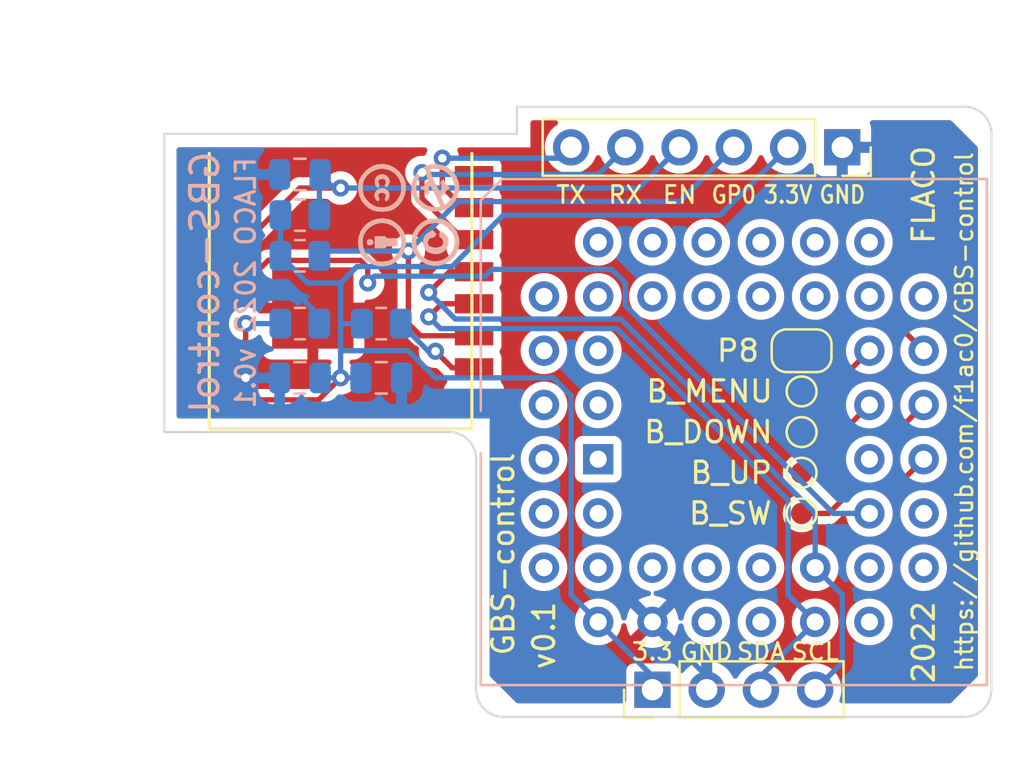
<source format=kicad_pcb>
(kicad_pcb (version 20211014) (generator pcbnew)
  (title_block (title "GBS-control board") (date "2022-10-22") (rev "0.1") (company "FLACO 202 CC-BY-NC-SA"))
  (layers (0 "F.Cu" signal) (31 "B.Cu" signal) (34 "B.Paste" user) (35 "F.Paste" user) (36 "B.SilkS" user "B.Silkscreen") (37 "F.SilkS" user "F.Silkscreen") (38 "B.Mask" user) (39 "F.Mask" user) (44 "Edge.Cuts" user))
  (net 0 "")
  (net 26 "+3.3V")
  (net 27 "/GPIO0")
  (net 28 "/EN")
  (net 29 "/TXD0")
  (net 30 "/RXD0")
  (net 31 "GND")
  (net 32 "/DISABLE")
  (net 33 "/B_UP")
  (net 34 "/B_DOWN")
  (net 35 "/B_SW")
  (net 36 "/B_MENU")
  (net 37 "/RESET")
  (net 38 "/DEBUG")
  (net 39 "/SDA")
  (net 40 "/SCL")
  (net 52 "/GPIO15")
  (net 53 "/GPIO2")
  (footprint "TestPoint:TestPoint_Pad_D1.0mm" (layer "F.Cu") (at 145.415 90.805)
    (fp_text reference "TP2" hide)
    (fp_text value "TestPoint")
    (fp_circle (center 0 0) (end 0 0.7) (layer "F.SilkS") (width 0.12) (fill none))
    (pad "1" smd circle (at 0 0) (size 1 1) (layers "F.Cu" "F.Mask") (net 34 "/B_DOWN"))
  )
  (footprint "TestPoint:TestPoint_Pad_D1.0mm" (layer "F.Cu") (at 145.415 94.615)
    (fp_text reference "TP3" hide)
    (fp_text value "TestPoint")
    (fp_circle (center 0 0) (end 0 0.7) (layer "F.SilkS") (width 0.12) (fill none))
    (pad "1" smd circle (at 0 0) (size 1 1) (layers "F.Cu" "F.Mask") (net 35 "/B_SW"))
  )
  (footprint "Connector_PinSocket_2.54mm:PinSocket_1x06_P2.54mm_Vertical" (layer "F.Cu") (at 147.32 77.47 -90)
    (fp_text reference "J1" hide)
    (fp_text value "PROG")
    (fp_line (start 1.33 1.27) (end 1.33 14.03) (layer "F.SilkS") (width 0.12))
    (fp_line (start -1.33 14.03) (end 1.33 14.03) (layer "F.SilkS") (width 0.12))
    (fp_line (start -1.33 1.27) (end -1.33 14.03) (layer "F.SilkS") (width 0.12))
    (fp_line (start 0 -1.33) (end 1.33 -1.33) (layer "F.SilkS") (width 0.12))
    (fp_line (start 1.33 -1.33) (end 1.33 0) (layer "F.SilkS") (width 0.12))
    (fp_line (start -1.33 1.27) (end 1.33 1.27) (layer "F.SilkS") (width 0.12))
    (pad "1" thru_hole rect (at 0 0 270) (size 1.7 1.7) (drill 1) (layers *.Cu *.Mask) (net 31 "GND"))
    (pad "2" thru_hole oval (at 0 2.54 270) (size 1.7 1.7) (drill 1) (layers *.Cu *.Mask) (net 26 "+3.3V"))
    (pad "3" thru_hole oval (at 0 5.08 270) (size 1.7 1.7) (drill 1) (layers *.Cu *.Mask) (net 27 "/GPIO0"))
    (pad "4" thru_hole oval (at 0 7.62 270) (size 1.7 1.7) (drill 1) (layers *.Cu *.Mask) (net 28 "/EN"))
    (pad "5" thru_hole oval (at 0 10.16 270) (size 1.7 1.7) (drill 1) (layers *.Cu *.Mask) (net 30 "/RXD0"))
    (pad "6" thru_hole oval (at 0 12.7 270) (size 1.7 1.7) (drill 1) (layers *.Cu *.Mask) (net 29 "/TXD0"))
  )
  (footprint "Jumper:SolderJumper-2_P1.3mm_Bridged_RoundedPad1.0x1.5mm" (layer "F.Cu") (at 145.415 86.995 180)
    (fp_text reference "JP1" hide)
    (fp_text value "Jumper_2_Bridged")
    (fp_poly (pts (xy 0.25 -0.3) (xy -0.25 -0.3) (xy -0.25 0.3) (xy 0.25 0.3)) (layer "F.Cu") (width 0) (fill solid))
    (fp_line (start -0.7 -1) (end 0.7 -1) (layer "F.SilkS") (width 0.12))
    (fp_line (start 1.4 -0.3) (end 1.4 0.3) (layer "F.SilkS") (width 0.12))
    (fp_line (start -1.4 0.3) (end -1.4 -0.3) (layer "F.SilkS") (width 0.12))
    (fp_line (start 0.7 1) (end -0.7 1) (layer "F.SilkS") (width 0.12))
    (fp_arc (start -0.7 1) (mid -1.194975 0.794975) (end -1.4 0.3) (layer "F.SilkS") (width 0.12))
    (fp_arc (start 0.7 -1) (mid 1.194975 -0.794975) (end 1.4 -0.3) (layer "F.SilkS") (width 0.12))
    (fp_arc (start 1.4 0.3) (mid 1.194975 0.794975) (end 0.7 1) (layer "F.SilkS") (width 0.12))
    (fp_arc (start -1.4 -0.3) (mid -1.194975 -0.794975) (end -0.7 -1) (layer "F.SilkS") (width 0.12))
    (pad "1" smd custom (at -0.65 0 180) (size 1 0.5) (layers "F.Cu" "F.Mask") (net 32 "/DISABLE") (options (clearance outline) (anchor rect)) (primitives (gr_circle (center 0 0.25) (end 0.5 0.25) (width 0) (fill yes)) (gr_circle (center 0 -0.25) (end 0.5 -0.25) (width 0) (fill yes)) (gr_poly (pts (xy 0.5 0.75) (xy 0 0.75) (xy 0 -0.75) (xy 0.5 -0.75)) (width 0) (fill yes))))
    (pad "2" smd custom (at 0.65 0 180) (size 1 0.5) (layers "F.Cu" "F.Mask") (net 31 "GND") (options (clearance outline) (anchor rect)) (primitives (gr_circle (center 0 0.25) (end 0.5 0.25) (width 0) (fill yes)) (gr_circle (center 0 -0.25) (end 0.5 -0.25) (width 0) (fill yes)) (gr_poly (pts (xy 0 0.75) (xy -0.5 0.75) (xy -0.5 -0.75) (xy 0 -0.75)) (width 0) (fill yes))))
  )
  (footprint "TestPoint:TestPoint_Pad_D1.0mm" (layer "F.Cu") (at 145.415 88.9)
    (fp_text reference "TP4" hide)
    (fp_text value "TestPoint")
    (fp_circle (center 0 0) (end 0 0.7) (layer "F.SilkS") (width 0.12) (fill none))
    (pad "1" smd circle (at 0 0) (size 1 1) (layers "F.Cu" "F.Mask") (net 36 "/B_MENU"))
  )
  (footprint "Connector_PinHeader_2.54mm:PinHeader_1x04_P2.54mm_Vertical" (layer "F.Cu") (at 138.43 102.87 90)
    (fp_text reference "J2" hide)
    (fp_text value "Clock port")
    (fp_line (start 1.33 1.27) (end 1.33 8.95) (layer "F.SilkS") (width 0.12))
    (fp_line (start -1.33 -1.33) (end 0 -1.33) (layer "F.SilkS") (width 0.12))
    (fp_line (start -1.33 1.27) (end 1.33 1.27) (layer "F.SilkS") (width 0.12))
    (fp_line (start -1.33 8.95) (end 1.33 8.95) (layer "F.SilkS") (width 0.12))
    (fp_line (start -1.33 0) (end -1.33 -1.33) (layer "F.SilkS") (width 0.12))
    (fp_line (start -1.33 1.27) (end -1.33 8.95) (layer "F.SilkS") (width 0.12))
    (pad "1" thru_hole rect (at 0 0 90) (size 1.7 1.7) (drill 1) (layers *.Cu *.Mask) (net 26 "+3.3V"))
    (pad "2" thru_hole oval (at 0 2.54 90) (size 1.7 1.7) (drill 1) (layers *.Cu *.Mask) (net 31 "GND"))
    (pad "3" thru_hole oval (at 0 5.08 90) (size 1.7 1.7) (drill 1) (layers *.Cu *.Mask) (net 39 "/SDA"))
    (pad "4" thru_hole oval (at 0 7.62 90) (size 1.7 1.7) (drill 1) (layers *.Cu *.Mask) (net 40 "/SCL"))
  )
  (footprint "Sassa:ESP-M2" (layer "F.Cu") (at 117.575 80.295)
    (fp_text reference "U2" hide)
    (fp_text value "ESP-M2")
    (fp_line (start 0.1 10.35) (end 12.4 10.35) (layer "F.SilkS") (width 0.15))
    (fp_line (start 0.1 10.35) (end 0.1 -2.54) (layer "F.SilkS") (width 0.15))
    (fp_line (start 12.4 -2.54) (end 12.4 10.35) (layer "F.SilkS") (width 0.15))
    (pad "1" smd rect (at 0 0) (size 1.8 0.9) (layers "F.Cu" "F.Paste" "F.Mask"))
    (pad "2" smd rect (at 0 1.5) (size 1.8 0.9) (layers "F.Cu" "F.Paste" "F.Mask") (net 28 "/EN"))
    (pad "3" smd rect (at 0 3) (size 1.8 0.9) (layers "F.Cu" "F.Paste" "F.Mask"))
    (pad "4" smd rect (at 0 4.5) (size 1.8 0.9) (layers "F.Cu" "F.Paste" "F.Mask") (net 38 "/DEBUG"))
    (pad "5" smd rect (at 0 6) (size 1.8 0.9) (layers "F.Cu" "F.Paste" "F.Mask"))
    (pad "6" smd rect (at 0 7.5) (size 1.8 0.9) (layers "F.Cu" "F.Paste" "F.Mask") (net 52 "/GPIO15"))
    (pad "7" smd rect (at 0 9) (size 1.8 0.9) (layers "F.Cu" "F.Paste" "F.Mask") (net 26 "+3.3V"))
    (pad "8" smd rect (at 4.95 4.7) (size 3.81 3.81) (layers "F.Cu" "F.Paste" "F.Mask") (net 31 "GND"))
    (pad "8" smd rect (at 12.5 9) (size 1.8 0.9) (layers "F.Cu" "F.Paste" "F.Mask") (net 31 "GND"))
    (pad "9" smd rect (at 12.5 7.5) (size 1.8 0.9) (layers "F.Cu" "F.Paste" "F.Mask") (net 53 "/GPIO2"))
    (pad "10" smd rect (at 12.5 6) (size 1.8 0.9) (layers "F.Cu" "F.Paste" "F.Mask") (net 27 "/GPIO0"))
    (pad "11" smd rect (at 12.5 4.5) (size 1.8 0.9) (layers "F.Cu" "F.Paste" "F.Mask") (net 39 "/SDA"))
    (pad "12" smd rect (at 12.5 3) (size 1.8 0.9) (layers "F.Cu" "F.Paste" "F.Mask") (net 40 "/SCL"))
    (pad "13" smd rect (at 12.5 1.5) (size 1.8 0.9) (layers "F.Cu" "F.Paste" "F.Mask") (net 30 "/RXD0"))
    (pad "14" smd rect (at 12.5 0) (size 1.8 0.9) (layers "F.Cu" "F.Paste" "F.Mask") (net 29 "/TXD0"))
    (pad "15" smd rect (at 12.5 -1.5) (size 1.8 0.9) (layers "F.Cu" "F.Paste" "F.Mask"))
  )
  (footprint "TestPoint:TestPoint_Pad_D1.0mm" (layer "F.Cu") (at 145.415 92.71)
    (fp_text reference "TP1" hide)
    (fp_text value "TestPoint")
    (fp_circle (center 0 0) (end 0 0.7) (layer "F.SilkS") (width 0.12) (fill none))
    (pad "1" smd circle (at 0 0) (size 1 1) (layers "F.Cu" "F.Mask") (net 33 "/B_UP"))
  )
  (footprint "Capacitor_SMD:C_0805_2012Metric" (layer "B.Cu") (at 125.73 88.265)
    (fp_text reference "C1" hide)
    (fp_text value "10u")
    (fp_line (start -0.261252 -0.735) (end 0.261252 -0.735) (layer "B.SilkS") (width 0.12))
    (fp_line (start -0.261252 0.735) (end 0.261252 0.735) (layer "B.SilkS") (width 0.12))
    (pad "1" smd roundrect (at -0.95 0) (size 1 1.45) (layers "B.Cu" "B.Paste" "B.Mask") (net 26 "+3.3V"))
    (pad "2" smd roundrect (at 0.95 0) (size 1 1.45) (layers "B.Cu" "B.Paste" "B.Mask") (net 31 "GND"))
  )
  (footprint "Capacitor_SMD:C_0805_2012Metric" (layer "B.Cu") (at 121.92 78.74 180)
    (fp_text reference "C3" hide)
    (fp_text value "100n")
    (fp_line (start -0.261252 0.735) (end 0.261252 0.735) (layer "B.SilkS") (width 0.12))
    (fp_line (start -0.261252 -0.735) (end 0.261252 -0.735) (layer "B.SilkS") (width 0.12))
    (pad "1" smd roundrect (at -0.95 0 180) (size 1 1.45) (layers "B.Cu" "B.Paste" "B.Mask") (net 28 "/EN"))
    (pad "2" smd roundrect (at 0.95 0 180) (size 1 1.45) (layers "B.Cu" "B.Paste" "B.Mask") (net 31 "GND"))
  )
  (footprint "Resistor_SMD:R_0805_2012Metric" (layer "B.Cu") (at 121.92 82.55)
    (fp_text reference "R4" hide)
    (fp_text value "10K")
    (fp_line (start -0.227064 0.735) (end 0.227064 0.735) (layer "B.SilkS") (width 0.12))
    (fp_line (start -0.227064 -0.735) (end 0.227064 -0.735) (layer "B.SilkS") (width 0.12))
    (pad "1" smd roundrect (at -0.9125 0) (size 1.025 1.4) (layers "B.Cu" "B.Paste" "B.Mask") (roundrect_rratio 0.243902) (net 26 "+3.3V"))
    (pad "2" smd roundrect (at 0.9125 0) (size 1.025 1.4) (layers "B.Cu" "B.Paste" "B.Mask") (roundrect_rratio 0.243902) (net 27 "/GPIO0"))
  )
  (footprint "Capacitor_SMD:C_0805_2012Metric" (layer "B.Cu") (at 121.92 88.265 180)
    (fp_text reference "C2" hide)
    (fp_text value "100n")
    (fp_line (start -0.261252 -0.735) (end 0.261252 -0.735) (layer "B.SilkS") (width 0.12))
    (fp_line (start -0.261252 0.735) (end 0.261252 0.735) (layer "B.SilkS") (width 0.12))
    (pad "1" smd roundrect (at -0.95 0 180) (size 1 1.45) (layers "B.Cu" "B.Paste" "B.Mask") (net 26 "+3.3V"))
    (pad "2" smd roundrect (at 0.95 0 180) (size 1 1.45) (layers "B.Cu" "B.Paste" "B.Mask") (net 31 "GND"))
  )
  (footprint "Package_LCC:PLCC-44_THT-Socket" (layer "B.Cu") (at 135.89 92.075 -90)
    (fp_text reference "U1" hide)
    (fp_text value "PLCC-44 socket")
    (fp_line (start -13.12 4.5) (end -13.12 -18.2) (layer "B.SilkS") (width 0.12))
    (fp_line (start -13.12 -18.2) (end 10.58 -18.2) (layer "B.SilkS") (width 0.12))
    (fp_line (start 10.58 5.5) (end -0.27 5.5) (layer "B.SilkS") (width 0.12))
    (fp_line (start -12.12 5.5) (end -13.12 4.5) (layer "B.SilkS") (width 0.12))
    (fp_line (start 10.58 -18.2) (end 10.58 5.5) (layer "B.SilkS") (width 0.12))
    (fp_line (start -2.27 5.5) (end -12.12 5.5) (layer "B.SilkS") (width 0.12))
    (pad "1" thru_hole rect (at 0 0 270) (size 1.4224 1.4224) (drill 0.8) (layers *.Cu *.Mask))
    (pad "2" thru_hole circle (at -2.54 2.54 270) (size 1.4224 1.4224) (drill 0.8) (layers *.Cu *.Mask))
    (pad "3" thru_hole circle (at -2.54 0 270) (size 1.4224 1.4224) (drill 0.8) (layers *.Cu *.Mask))
    (pad "4" thru_hole circle (at -5.08 2.54 270) (size 1.4224 1.4224) (drill 0.8) (layers *.Cu *.Mask))
    (pad "5" thru_hole circle (at -5.08 0 270) (size 1.4224 1.4224) (drill 0.8) (layers *.Cu *.Mask))
    (pad "6" thru_hole circle (at -7.62 2.54 270) (size 1.4224 1.4224) (drill 0.8) (layers *.Cu *.Mask))
    (pad "7" thru_hole circle (at -10.16 0 270) (size 1.4224 1.4224) (drill 0.8) (layers *.Cu *.Mask))
    (pad "8" thru_hole circle (at -7.62 0 270) (size 1.4224 1.4224) (drill 0.8) (layers *.Cu *.Mask))
    (pad "9" thru_hole circle (at -10.16 -2.54 270) (size 1.4224 1.4224) (drill 0.8) (layers *.Cu *.Mask))
    (pad "10" thru_hole circle (at -7.62 -2.54 270) (size 1.4224 1.4224) (drill 0.8) (layers *.Cu *.Mask))
    (pad "11" thru_hole circle (at -10.16 -5.08 270) (size 1.4224 1.4224) (drill 0.8) (layers *.Cu *.Mask))
    (pad "12" thru_hole circle (at -7.62 -5.08 270) (size 1.4224 1.4224) (drill 0.8) (layers *.Cu *.Mask))
    (pad "13" thru_hole circle (at -10.16 -7.62 270) (size 1.4224 1.4224) (drill 0.8) (layers *.Cu *.Mask))
    (pad "14" thru_hole circle (at -7.62 -7.62 270) (size 1.4224 1.4224) (drill 0.8) (layers *.Cu *.Mask))
    (pad "15" thru_hole circle (at -10.16 -10.16 270) (size 1.4224 1.4224) (drill 0.8) (layers *.Cu *.Mask))
    (pad "16" thru_hole circle (at -7.62 -10.16 270) (size 1.4224 1.4224) (drill 0.8) (layers *.Cu *.Mask))
    (pad "17" thru_hole circle (at -10.16 -12.7 270) (size 1.4224 1.4224) (drill 0.8) (layers *.Cu *.Mask))
    (pad "18" thru_hole circle (at -7.62 -15.24 270) (size 1.4224 1.4224) (drill 0.8) (layers *.Cu *.Mask))
    (pad "19" thru_hole circle (at -7.62 -12.7 270) (size 1.4224 1.4224) (drill 0.8) (layers *.Cu *.Mask))
    (pad "20" thru_hole circle (at -5.08 -15.24 270) (size 1.4224 1.4224) (drill 0.8) (layers *.Cu *.Mask) (net 32 "/DISABLE"))
    (pad "21" thru_hole circle (at -5.08 -12.7 270) (size 1.4224 1.4224) (drill 0.8) (layers *.Cu *.Mask) (net 36 "/B_MENU"))
    (pad "22" thru_hole circle (at -2.54 -15.24 270) (size 1.4224 1.4224) (drill 0.8) (layers *.Cu *.Mask) (net 33 "/B_UP"))
    (pad "23" thru_hole circle (at -2.54 -12.7 270) (size 1.4224 1.4224) (drill 0.8) (layers *.Cu *.Mask) (net 34 "/B_DOWN"))
    (pad "24" thru_hole circle (at 0 -15.24 270) (size 1.4224 1.4224) (drill 0.8) (layers *.Cu *.Mask) (net 35 "/B_SW"))
    (pad "25" thru_hole circle (at 0 -12.7 270) (size 1.4224 1.4224) (drill 0.8) (layers *.Cu *.Mask))
    (pad "26" thru_hole circle (at 2.54 -15.24 270) (size 1.4224 1.4224) (drill 0.8) (layers *.Cu *.Mask) (net 37 "/RESET"))
    (pad "27" thru_hole circle (at 2.54 -12.7 270) (size 1.4224 1.4224) (drill 0.8) (layers *.Cu *.Mask) (net 38 "/DEBUG"))
    (pad "28" thru_hole circle (at 5.08 -15.24 270) (size 1.4224 1.4224) (drill 0.8) (layers *.Cu *.Mask))
    (pad "29" thru_hole circle (at 7.62 -12.7 270) (size 1.4224 1.4224) (drill 0.8) (layers *.Cu *.Mask))
    (pad "30" thru_hole circle (at 5.08 -12.7 270) (size 1.4224 1.4224) (drill 0.8) (layers *.Cu *.Mask))
    (pad "31" thru_hole circle (at 7.62 -10.16 270) (size 1.4224 1.4224) (drill 0.8) (layers *.Cu *.Mask) (net 39 "/SDA"))
    (pad "32" thru_hole circle (at 5.08 -10.16 270) (size 1.4224 1.4224) (drill 0.8) (layers *.Cu *.Mask) (net 40 "/SCL"))
    (pad "33" thru_hole circle (at 7.62 -7.62 270) (size 1.4224 1.4224) (drill 0.8) (layers *.Cu *.Mask))
    (pad "34" thru_hole circle (at 5.08 -7.62 270) (size 1.4224 1.4224) (drill 0.8) (layers *.Cu *.Mask))
    (pad "35" thru_hole circle (at 7.62 -5.08 270) (size 1.4224 1.4224) (drill 0.8) (layers *.Cu *.Mask))
    (pad "36" thru_hole circle (at 5.08 -5.08 270) (size 1.4224 1.4224) (drill 0.8) (layers *.Cu *.Mask))
    (pad "37" thru_hole circle (at 7.62 -2.54 270) (size 1.4224 1.4224) (drill 0.8) (layers *.Cu *.Mask) (net 31 "GND"))
    (pad "38" thru_hole circle (at 5.08 -2.54 270) (size 1.4224 1.4224) (drill 0.8) (layers *.Cu *.Mask))
    (pad "39" thru_hole circle (at 7.62 0 270) (size 1.4224 1.4224) (drill 0.8) (layers *.Cu *.Mask) (net 26 "+3.3V"))
    (pad "40" thru_hole circle (at 5.08 2.54 270) (size 1.4224 1.4224) (drill 0.8) (layers *.Cu *.Mask))
    (pad "41" thru_hole circle (at 5.08 0 270) (size 1.4224 1.4224) (drill 0.8) (layers *.Cu *.Mask))
    (pad "42" thru_hole circle (at 2.54 2.54 270) (size 1.4224 1.4224) (drill 0.8) (layers *.Cu *.Mask))
    (pad "43" thru_hole circle (at 2.54 0 270) (size 1.4224 1.4224) (drill 0.8) (layers *.Cu *.Mask))
    (pad "44" thru_hole circle (at 0 2.54 270) (size 1.4224 1.4224) (drill 0.8) (layers *.Cu *.Mask))
  )
  (footprint "Sassa:CC_BY_NC_SA_square_silkscreen_4.8x4.8mm" (layer "B.Cu") (at 127 80.645 -90)
    (fp_text reference "FID1" hide)
    (fp_text value "License" hide)
    (fp_poly (pts (xy -0.842285 1.578611) (xy -0.751707 1.535086) (xy -0.679922 1.481534) (xy -0.653143 1.436236) (xy -0.682525 1.382258) (xy -0.74646 1.35733) (xy -0.808631 1.374873) (xy -0.811611 1.377668) (xy -0.890834 1.416614) (xy -0.973913 1.403282) (xy -1.030922 1.34437) (xy -1.036665 1.327299) (xy -1.046012 1.204105) (xy -1.013794 1.110611) (xy -0.950356 1.059612) (xy -0.866039 1.063906) (xy -0.836132 1.079176) (xy -0.753037 1.105641) (xy -0.683434 1.088105) (xy -0.653173 1.033345) (xy -0.653143 1.031193) (xy -0.685589 0.969349) (xy -0.767761 0.918896) (xy -0.876907 0.887506) (xy -0.990276 0.882851) (xy -1.052286 0.8966) (xy -1.16806 0.974515) (xy -1.240681 1.096122) (xy -1.262942 1.242065) (xy -1.232755 1.381173) (xy -1.159598 1.483625) (xy -1.049232 1.562523) (xy -0.932251 1.596435) (xy -0.925286 1.596572) (xy -0.842285 1.578611)) (layer "B.SilkS") (width 0.01) (fill solid))
    (fp_poly (pts (xy -1.09781 -0.158517) (xy -0.854767 -0.229166) (xy -0.623007 -0.361904) (xy -0.526121 -0.441763) (xy -0.345412 -0.643456) (xy -0.230986 -0.862942) (xy -0.177025 -1.113485) (xy -0.170896 -1.251857) (xy -0.201837 -1.54501) (xy -0.293262 -1.79857) (xy -0.444532 -2.01148) (xy -0.655008 -2.182683) (xy -0.772021 -2.247378) (xy -1.034361 -2.343617) (xy -1.295484 -2.379581) (xy -1.53998 -2.353318) (xy -1.56208 -2.347432) (xy -1.825632 -2.23771) (xy -2.046116 -2.073276) (xy -2.217178 -1.862021) (xy -2.332466 -1.611832) (xy -2.385626 -1.330597) (xy -2.386029 -1.324428) (xy -2.381905 -1.246874) (xy -2.177143 -1.246874) (xy -2.145294 -1.491689) (xy -2.056296 -1.708463) (xy -1.919972 -1.890906) (xy -1.746146 -2.032728) (xy -1.544643 -2.12764) (xy -1.325285 -2.169352) (xy -1.097897 -2.151574) (xy -0.884559 -2.07446) (xy -0.774435 -2.003633) (xy -0.655284 -1.906628) (xy -0.604492 -1.857814) (xy -0.465126 -1.713765) (xy -0.674361 -1.617974) (xy -0.796307 -1.566598) (xy -0.869455 -1.548794) (xy -0.907749 -1.561668) (xy -0.912956 -1.568449) (xy -0.940073 -1.627111) (xy -0.942873 -1.642516) (xy -0.972776 -1.674489) (xy -1.04621 -1.718884) (xy -1.068676 -1.730043) (xy -1.160504 -1.792715) (xy -1.204274 -1.86266) (xy -1.204748 -1.865528) (xy -1.23666 -1.927883) (xy -1.287633 -1.936011) (xy -1.328926 -1.890288) (xy -1.335477 -1.863818) (xy -1.374378 -1.797019) (xy -1.475808 -1.737657) (xy -1.507834 -1.724745) (xy -1.615783 -1.678391) (xy -1.660348 -1.639213) (xy -1.647967 -1.594594) (xy -1.59959 -1.544874) (xy -1.532178 -1.503156) (xy -1.462912 -1.518043) (xy -1.452771 -1.523282) (xy -1.356688 -1.553409) (xy -1.256997 -1.553885) (xy -1.177784 -1.528331) (xy -1.143136 -1.48037) (xy -1.143 -1.476713) (xy -1.161297 -1.441162) (xy -1.221057 -1.395349) (xy -1.329586 -1.335041) (xy -1.494189 -1.256001) (xy -1.627619 -1.195726) (xy -1.801146 -1.120783) (xy -1.951731 -1.059969) (xy -2.066819 -1.01803) (xy -2.133855 -0.999715) (xy -2.14469 -1.000226) (xy -2.161657 -1.044371) (xy -2.173402 -1.139265) (xy -2.177143 -1.246874) (xy -2.381905 -1.246874) (xy -2.371414 -1.049599) (xy -2.297262 -0.803249) (xy -2.272221 -0.760388) (xy -2.044674 -0.760388) (xy -1.63451 -0.941782) (xy -1.544619 -0.851891) (xy -1.46849 -0.790797) (xy -1.403332 -0.762277) (xy -1.39865 -0.762) (xy -1.353177 -0.730653) (xy -1.342572 -0.671286) (xy -1.325563 -0.600151) (xy -1.27 -0.580571) (xy -1.213093 -0.601832) (xy -1.197429 -0.671286) (xy -1.17892 -0.744013) (xy -1.131793 -0.762) (xy -1.050575 -0.782811) (xy -0.996203 -0.813151) (xy -0.94901 -0.854648) (xy -0.954585 -0.892402) (xy -0.991334 -0.93622) (xy -1.051515 -0.984344) (xy -1.120282 -0.982551) (xy -1.157858 -0.969847) (xy -1.253545 -0.95013) (xy -1.331993 -0.960852) (xy -1.371847 -0.996772) (xy -1.370775 -1.022103) (xy -1.336114 -1.048057) (xy -1.249888 -1.096923) (xy -1.126609 -1.161598) (xy -0.980786 -1.23498) (xy -0.826928 -1.309965) (xy -0.679547 -1.379451) (xy -0.553151 -1.436334) (xy -0.46225 -1.473513) (xy -0.427049 -1.484076) (xy -0.399817 -1.456254) (xy -0.377112 -1.394427) (xy -0.366054 -1.243713) (xy -0.392567 -1.065434) (xy -0.450748 -0.890129) (xy -0.489292 -0.814119) (xy -0.646259 -0.607515) (xy -0.838461 -0.464253) (xy -1.067201 -0.383595) (xy -1.283503 -0.363654) (xy -1.529764 -0.392672) (xy -1.739384 -0.480929) (xy -1.920409 -0.629763) (xy -2.044674 -0.760388) (xy -2.272221 -0.760388) (xy -2.172426 -0.589582) (xy -2.005757 -0.412798) (xy -1.806109 -0.277099) (xy -1.582333 -0.186684) (xy -1.343283 -0.145757) (xy -1.09781 -0.158517)) (layer "B.SilkS") (width 0.01) (fill solid))
    (fp_poly (pts (xy 1.552804 1.315357) (xy 1.555899 1.176483) (xy 1.549577 1.095789) (xy 1.531415 1.059219) (xy 1.507446 1.052286) (xy 1.478062 1.039179) (xy 1.460806 0.990852) (xy 1.452898 0.893793) (xy 1.451428 0.780143) (xy 1.451428 0.508) (xy 1.088571 0.508) (xy 1.088571 0.780143) (xy 1.085873 0.922896) (xy 1.075925 1.006726) (xy 1.055947 1.045145) (xy 1.032553 1.052286) (xy 1.003463 1.064178) (xy 0.988106 1.109224) (xy 0.984057 1.201479) (xy 0.987196 1.315357) (xy 0.997857 1.578429) (xy 1.542142 1.578429) (xy 1.552804 1.315357)) (layer "B.SilkS") (width 0.01) (fill solid))
    (fp_poly (pts (xy -1.201062 2.350409) (xy -0.918038 2.300802) (xy -0.675188 2.193414) (xy -0.471715 2.032) (xy -0.324122 1.858871) (xy -0.22883 1.678707) (xy -0.178065 1.471335) (xy -0.163995 1.233714) (xy -0.179663 0.984774) (xy -0.231574 0.782605) (xy -0.327089 0.607405) (xy -0.450798 0.462104) (xy -0.6748 0.283008) (xy -0.929601 0.169578) (xy -1.21395 0.122371) (xy -1.215572 0.122297) (xy -1.358068 0.12063) (xy -1.483085 0.127498) (xy -1.560286 0.140633) (xy -1.821911 0.260852) (xy -2.043161 0.431248) (xy -2.216696 0.642211) (xy -2.335182 0.884131) (xy -2.39128 1.147398) (xy -2.394857 1.233714) (xy -2.175992 1.233714) (xy -2.14282 0.989078) (xy -2.051121 0.773293) (xy -1.910913 0.592748) (xy -1.732211 0.453827) (xy -1.525033 0.362918) (xy -1.299396 0.326405) (xy -1.065315 0.350677) (xy -0.889 0.413197) (xy -0.667884 0.55405) (xy -0.503666 0.736209) (xy -0.399639 0.952059) (xy -0.359098 1.193986) (xy -0.385334 1.454375) (xy -0.40553 1.531009) (xy -0.479282 1.684915) (xy -0.600163 1.842007) (xy -0.747623 1.979277) (xy -0.882723 2.065247) (xy -1.04663 2.117366) (xy -1.242727 2.140154) (xy -1.439126 2.132482) (xy -1.603939 2.093221) (xy -1.609448 2.090968) (xy -1.813164 1.968444) (xy -1.981051 1.793649) (xy -2.102742 1.58227) (xy -2.167869 1.349994) (xy -2.175992 1.233714) (xy -2.394857 1.233714) (xy -2.368602 1.48514) (xy -2.285646 1.709728) (xy -2.139708 1.92182) (xy -2.051744 2.017077) (xy -1.857102 2.186969) (xy -1.664887 2.294513) (xy -1.456753 2.346899) (xy -1.214356 2.351315) (xy -1.201062 2.350409)) (layer "B.SilkS") (width 0.01) (fill solid))
    (fp_poly (pts (xy 1.545604 2.325503) (xy 1.792898 2.232133) (xy 2.005885 2.087218) (xy 2.178568 1.899513) (xy 2.30495 1.677773) (xy 2.379034 1.430754) (xy 2.394822 1.167211) (xy 2.346318 0.895898) (xy 2.321689 0.823163) (xy 2.216383 0.626048) (xy 2.059827 0.438909) (xy 1.872372 0.283547) (xy 1.753829 0.214797) (xy 1.563829 0.151986) (xy 1.337893 0.121608) (xy 1.10581 0.125329) (xy 0.89737 0.164816) (xy 0.891778 0.166575) (xy 0.715614 0.252857) (xy 0.539249 0.390691) (xy 0.380644 0.561367) (xy 0.257764 0.746176) (xy 0.197927 0.889285) (xy 0.150585 1.168539) (xy 0.154843 1.233714) (xy 0.364008 1.233714) (xy 0.397489 0.986615) (xy 0.490552 0.768938) (xy 0.63385 0.5874) (xy 0.818038 0.448713) (xy 1.033771 0.359591) (xy 1.271702 0.32675) (xy 1.522488 0.356902) (xy 1.567294 0.369244) (xy 1.71445 0.439466) (xy 1.868291 0.554684) (xy 2.005256 0.693929) (xy 2.101779 0.836229) (xy 2.108981 0.85131) (xy 2.1542 1.005404) (xy 2.17443 1.193685) (xy 2.168919 1.384668) (xy 2.136918 1.546871) (xy 2.12624 1.575587) (xy 2.034381 1.731415) (xy 1.898672 1.886205) (xy 1.743583 2.014459) (xy 1.655379 2.066166) (xy 1.493059 2.117576) (xy 1.298044 2.140074) (xy 1.102327 2.132564) (xy 0.937902 2.093953) (xy 0.930552 2.090968) (xy 0.726836 1.968444) (xy 0.558949 1.793649) (xy 0.437258 1.58227) (xy 0.372131 1.349994) (xy 0.364008 1.233714) (xy 0.154843 1.233714) (xy 0.168155 1.437445) (xy 0.244448 1.687519) (xy 0.373271 1.910274) (xy 0.548433 2.097225) (xy 0.763742 2.239888) (xy 1.013007 2.329776) (xy 1.27 2.358571) (xy 1.545604 2.325503)) (layer "B.SilkS") (width 0.01) (fill solid))
    (fp_poly (pts (xy -1.389253 1.540631) (xy -1.325181 1.488545) (xy -1.285222 1.435539) (xy -1.300779 1.403195) (xy -1.338726 1.380916) (xy -1.422868 1.360619) (xy -1.487004 1.386835) (xy -1.567211 1.413636) (xy -1.623911 1.393076) (xy -1.679067 1.321752) (xy -1.699969 1.220406) (xy -1.68111 1.125653) (xy -1.667322 1.10452) (xy -1.604945 1.06557) (xy -1.525318 1.053354) (xy -1.461136 1.069907) (xy -1.444689 1.090648) (xy -1.409301 1.112811) (xy -1.354774 1.096705) (xy -1.312739 1.055919) (xy -1.306286 1.031193) (xy -1.33707 0.981312) (xy -1.411976 0.928268) (xy -1.504839 0.886958) (xy -1.585698 0.872143) (xy -1.66679 0.890361) (xy -1.737721 0.921494) (xy -1.852369 1.022416) (xy -1.910558 1.15739) (xy -1.907791 1.30981) (xy -1.870426 1.411834) (xy -1.780763 1.515054) (xy -1.655761 1.573026) (xy -1.517798 1.582602) (xy -1.389253 1.540631)) (layer "B.SilkS") (width 0.01) (fill solid))
    (fp_poly (pts (xy 1.472807 -0.717402) (xy 1.632484 -0.801221) (xy 1.74566 -0.940735) (xy 1.807775 -1.114591) (xy 1.82474 -1.328092) (xy 1.783169 -1.521602) (xy 1.688468 -1.683074) (xy 1.546044 -1.800465) (xy 1.487448 -1.828301) (xy 1.303285 -1.87895) (xy 1.136397 -1.870314) (xy 1.025786 -1.83306) (xy 0.933755 -1.770184) (xy 0.846011 -1.674558) (xy 0.782402 -1.5715) (xy 0.762135 -1.496786) (xy 0.795898 -1.464716) (xy 0.891465 -1.451597) (xy 0.907142 -1.451428) (xy 1.00901 -1.460816) (xy 1.050262 -1.491369) (xy 1.052285 -1.50458) (xy 1.084874 -1.56668) (xy 1.167989 -1.613478) (xy 1.279653 -1.632826) (xy 1.284344 -1.632857) (xy 1.399918 -1.60144) (xy 1.478969 -1.509528) (xy 1.519177 -1.360633) (xy 1.524 -1.27) (xy 1.50364 -1.097533) (xy 1.444963 -0.977249) (xy 1.351576 -0.914854) (xy 1.294803 -0.907143) (xy 1.200189 -0.927123) (xy 1.118239 -0.976102) (xy 1.070453 -1.037636) (xy 1.069017 -1.079834) (xy 1.059885 -1.138732) (xy 1.014965 -1.214916) (xy 0.954994 -1.280156) (xy 0.902687 -1.306286) (xy 0.852072 -1.283916) (xy 0.790343 -1.230636) (xy 0.736168 -1.167194) (xy 0.708212 -1.114334) (xy 0.712986 -1.09545) (xy 0.754862 -1.048122) (xy 0.805314 -0.965905) (xy 0.81064 -0.955704) (xy 0.91117 -0.810803) (xy 1.040347 -0.725217) (xy 1.2119 -0.69093) (xy 1.266819 -0.689428) (xy 1.472807 -0.717402)) (layer "B.SilkS") (width 0.01) (fill solid))
    (fp_poly (pts (xy 1.356968 1.933915) (xy 1.395832 1.900076) (xy 1.408693 1.839306) (xy 1.396912 1.727173) (xy 1.340204 1.653267) (xy 1.27 1.632857) (xy 1.193147 1.659027) (xy 1.162964 1.685092) (xy 1.134539 1.758371) (xy 1.131306 1.839306) (xy 1.148415 1.908462) (xy 1.193777 1.936554) (xy 1.27 1.941286) (xy 1.356968 1.933915)) (layer "B.SilkS") (width 0.01) (fill solid))
    (fp_poly (pts (xy 1.436713 -0.167613) (xy 1.557306 -0.181861) (xy 1.658037 -0.211713) (xy 1.762159 -0.260762) (xy 2.000464 -0.423946) (xy 2.1841 -0.630329) (xy 2.30888 -0.871333) (xy 2.370617 -1.138379) (xy 2.365124 -1.422889) (xy 2.35622 -1.477753) (xy 2.272096 -1.742214) (xy 2.127981 -1.971453) (xy 1.931044 -2.157743) (xy 1.688455 -2.293354) (xy 1.557905 -2.338177) (xy 1.367137 -2.380474) (xy 1.201152 -2.387046) (xy 1.022239 -2.35906) (xy 1.005749 -2.355248) (xy 0.759314 -2.261588) (xy 0.535777 -2.107584) (xy 0.349918 -1.905009) (xy 0.261121 -1.76216) (xy 0.211137 -1.655008) (xy 0.181769 -1.553161) (xy 0.16783 -1.430293) (xy 0.165637 -1.334662) (xy 0.363586 -1.334662) (xy 0.416693 -1.560153) (xy 0.522532 -1.768756) (xy 0.675612 -1.947569) (xy 0.870437 -2.083692) (xy 0.966197 -2.12608) (xy 1.139447 -2.16158) (xy 1.34082 -2.159165) (xy 1.538079 -2.121207) (xy 1.655257 -2.075369) (xy 1.862134 -1.934488) (xy 2.015819 -1.757398) (xy 2.116331 -1.555097) (xy 2.163688 -1.338579) (xy 2.15791 -1.118843) (xy 2.099016 -0.906884) (xy 1.987023 -0.713697) (xy 1.82195 -0.550281) (xy 1.652482 -0.448741) (xy 1.45848 -0.386448) (xy 1.245151 -0.363077) (xy 1.041871 -0.380045) (xy 0.928127 -0.41376) (xy 0.772299 -0.505618) (xy 0.617509 -0.641328) (xy 0.489255 -0.796416) (xy 0.437548 -0.88462) (xy 0.368707 -1.105184) (xy 0.363586 -1.334662) (xy 0.165637 -1.334662) (xy 0.164154 -1.27) (xy 0.180277 -1.02007) (xy 0.235679 -0.814862) (xy 0.338549 -0.63352) (xy 0.475983 -0.475983) (xy 0.653659 -0.324195) (xy 0.836873 -0.227072) (xy 1.046457 -0.176424) (xy 1.27 -0.163795) (xy 1.436713 -0.167613)) (layer "B.SilkS") (width 0.01) (fill solid))
  )
  (footprint "Resistor_SMD:R_0805_2012Metric" (layer "B.Cu") (at 121.92 85.725)
    (fp_text reference "R2" hide)
    (fp_text value "10K")
    (fp_line (start -0.227064 -0.735) (end 0.227064 -0.735) (layer "B.SilkS") (width 0.12))
    (fp_line (start -0.227064 0.735) (end 0.227064 0.735) (layer "B.SilkS") (width 0.12))
    (pad "1" smd roundrect (at -0.9125 0) (size 1.025 1.4) (layers "B.Cu" "B.Paste" "B.Mask") (roundrect_rratio 0.243902) (net 52 "/GPIO15"))
    (pad "2" smd roundrect (at 0.9125 0) (size 1.025 1.4) (layers "B.Cu" "B.Paste" "B.Mask") (roundrect_rratio 0.243902) (net 31 "GND"))
  )
  (footprint "Resistor_SMD:R_0805_2012Metric" (layer "B.Cu") (at 125.73 85.725)
    (fp_text reference "R3" hide)
    (fp_text value "10K")
    (fp_line (start -0.227064 0.735) (end 0.227064 0.735) (layer "B.SilkS") (width 0.12))
    (fp_line (start -0.227064 -0.735) (end 0.227064 -0.735) (layer "B.SilkS") (width 0.12))
    (pad "1" smd roundrect (at -0.9125 0) (size 1.025 1.4) (layers "B.Cu" "B.Paste" "B.Mask") (roundrect_rratio 0.243902) (net 26 "+3.3V"))
    (pad "2" smd roundrect (at 0.9125 0) (size 1.025 1.4) (layers "B.Cu" "B.Paste" "B.Mask") (roundrect_rratio 0.243902) (net 53 "/GPIO2"))
  )
  (footprint "Resistor_SMD:R_0805_2012Metric" (layer "B.Cu") (at 121.92 80.645)
    (fp_text reference "R1" hide)
    (fp_text value "10K")
    (fp_line (start -0.227064 -0.735) (end 0.227064 -0.735) (layer "B.SilkS") (width 0.12))
    (fp_line (start -0.227064 0.735) (end 0.227064 0.735) (layer "B.SilkS") (width 0.12))
    (pad "1" smd roundrect (at -0.9125 0) (size 1.025 1.4) (layers "B.Cu" "B.Paste" "B.Mask") (roundrect_rratio 0.243902) (net 26 "+3.3V"))
    (pad "2" smd roundrect (at 0.9125 0) (size 1.025 1.4) (layers "B.Cu" "B.Paste" "B.Mask") (roundrect_rratio 0.243902) (net 28 "/EN"))
  )
  (gr_arc (start 128.905 90.805) (mid 129.803026 91.176974) (end 130.175 92.075) (layer "Edge.Cuts") (width 0.1))
  (gr_line (start 132.08 75.565) (end 153.035 75.565) (layer "Edge.Cuts") (width 0.1))
  (gr_arc (start 131.445 104.14) (mid 130.546974 103.768026) (end 130.175 102.87) (layer "Edge.Cuts") (width 0.1))
  (gr_line (start 131.445 104.14) (end 153.035 104.14) (layer "Edge.Cuts") (width 0.1))
  (gr_line (start 115.57 76.835) (end 115.57 90.805) (layer "Edge.Cuts") (width 0.1))
  (gr_line (start 132.08 76.835) (end 115.57 76.835) (layer "Edge.Cuts") (width 0.1))
  (gr_line (start 130.175 92.075) (end 130.175 102.87) (layer "Edge.Cuts") (width 0.1))
  (gr_arc (start 153.035 75.565) (mid 153.933026 75.936974) (end 154.305 76.835) (layer "Edge.Cuts") (width 0.1))
  (gr_line (start 154.305 102.87) (end 154.305 76.835) (layer "Edge.Cuts") (width 0.1))
  (gr_arc (start 154.305 102.87) (mid 153.933026 103.768026) (end 153.035 104.14) (layer "Edge.Cuts") (width 0.1))
  (gr_line (start 115.57 90.805) (end 128.905 90.805) (layer "Edge.Cuts") (width 0.1))
  (gr_line (start 132.08 75.565) (end 132.08 76.835) (layer "Edge.Cuts") (width 0.1))
  (gr_text "GBS-control" (at 117.475 83.82 90) (layer "B.SilkS") (effects (font (size 1.3 1.3) (thickness 0.18)) (justify mirror)))
  (gr_text "FLACO 2022 v0.1" (at 119.38 83.82 90) (layer "B.SilkS") (effects (font (size 0.9 0.9)) (justify mirror)))
  (gr_text "B_UP" (at 144.125102 92.71) (layer "F.SilkS") (effects (font (size 1 1)) (justify right)))
  (gr_text "GP0" (at 142.24 79.6925) (layer "F.SilkS") (effects (font (size 0.8 0.7) (thickness 0.13))))
  (gr_text "B_DOWN" (at 144.145 90.805) (layer "F.SilkS") (effects (font (size 1 1)) (justify right)))
  (gr_text "3.3" (at 138.43 101.092) (layer "F.SilkS") (effects (font (size 0.8 0.8) (thickness 0.13))))
  (gr_text "RX" (at 137.16 79.6925) (layer "F.SilkS") (effects (font (size 0.8 0.8) (thickness 0.13))))
  (gr_text "3.3V" (at 144.78 79.6925) (layer "F.SilkS") (effects (font (size 0.8 0.7) (thickness 0.13))))
  (gr_text "B_SW" (at 144.105204 94.615) (layer "F.SilkS") (effects (font (size 1 1)) (justify right)))
  (gr_text "2022" (at 151.13 100.6475 90) (layer "F.SilkS") (effects (font (size 1 1))))
  (gr_text "P8" (at 143.51 86.995) (layer "F.SilkS") (effects (font (size 1 1)) (justify right)))
  (gr_text "GND" (at 140.97 101.092) (layer "F.SilkS") (effects (font (size 0.8 0.8) (thickness 0.13))))
  (gr_text "SCL" (at 146.05 101.092) (layer "F.SilkS") (effects (font (size 0.8 0.8) (thickness 0.13))))
  (gr_text "v0.1" (at 133.35 100.33 90) (layer "F.SilkS") (effects (font (size 1 1))))
  (gr_text "TX" (at 134.62 79.6925) (layer "F.SilkS") (effects (font (size 0.8 0.8) (thickness 0.13))))
  (gr_text "FLACO" (at 151.13 79.6925 90) (layer "F.SilkS") (effects (font (size 1 1))))
  (gr_text "GND" (at 147.32 79.6925) (layer "F.SilkS") (effects (font (size 0.8 0.7) (thickness 0.13))))
  (gr_text "B_MENU" (at 144.153678 88.9) (layer "F.SilkS") (effects (font (size 1 1)) (justify right)))
  (gr_text "https://github.com/f1ac0/GBS-control" (at 153.035 89.8525 90) (layer "F.SilkS") (effects (font (size 0.8 0.8) (thickness 0.12))))
  (gr_text "EN" (at 139.7 79.6925) (layer "F.SilkS") (effects (font (size 0.8 0.8) (thickness 0.13))))
  (gr_text "SDA" (at 143.51 101.092) (layer "F.SilkS") (effects (font (size 0.8 0.8) (thickness 0.13))))
  (gr_text "GBS-control" (at 131.445 96.52 90) (layer "F.SilkS") (effects (font (size 1 1))))
  (segment (start 122.795 89.295) (end 117.575 89.295) (width 0.25) (layer "F.Cu") (net 26))
  (segment (start 123.825 88.265) (end 122.795 89.295) (width 0.25) (layer "F.Cu") (net 26))
  (via (at 123.825 88.265) (size 0.8) (drill 0.4) (layers "F.Cu" "B.Cu") (net 26))
  (segment (start 121.0075 82.55) (end 122.2775 83.82) (width 0.25) (layer "B.Cu") (net 26))
  (segment (start 122.2775 83.82) (end 123.825 83.82) (width 0.25) (layer "B.Cu") (net 26))
  (segment (start 133.7844 88.265) (end 128.27 88.265) (width 0.25) (layer "B.Cu") (net 26))
  (segment (start 129.0375 83.0525) (end 131.445 80.645) (width 0.25) (layer "B.Cu") (net 26))
  (segment (start 123.825 86.995) (end 123.825 85.725) (width 0.25) (layer "B.Cu") (net 26))
  (segment (start 124.5925 83.0525) (end 129.0375 83.0525) (width 0.25) (layer "B.Cu") (net 26))
  (segment (start 128.27 88.265) (end 127 86.995) (width 0.25) (layer "B.Cu") (net 26))
  (segment (start 124.8175 85.725) (end 123.825 85.725) (width 0.25) (layer "B.Cu") (net 26))
  (segment (start 135.89 99.695) (end 134.62 98.425) (width 0.25) (layer "B.Cu") (net 26))
  (segment (start 123.825 88.265) (end 124.78 88.265) (width 0.25) (layer "B.Cu") (net 26))
  (segment (start 123.825 85.725) (end 123.825 83.82) (width 0.25) (layer "B.Cu") (net 26))
  (segment (start 134.62 89.1006) (end 133.7844 88.265) (width 0.25) (layer "B.Cu") (net 26))
  (segment (start 123.825 88.265) (end 122.87 88.265) (width 0.25) (layer "B.Cu") (net 26))
  (segment (start 123.825 86.995) (end 123.825 88.265) (width 0.25) (layer "B.Cu") (net 26))
  (segment (start 135.89 99.695) (end 138.43 102.235) (width 0.25) (layer "B.Cu") (net 26))
  (segment (start 134.62 98.425) (end 134.62 89.1006) (width 0.25) (layer "B.Cu") (net 26))
  (segment (start 121.0075 80.645) (end 121.0075 82.55) (width 0.25) (layer "B.Cu") (net 26))
  (segment (start 131.445 80.645) (end 141.605 80.645) (width 0.25) (layer "B.Cu") (net 26))
  (segment (start 123.825 83.82) (end 124.46 83.185) (width 0.25) (layer "B.Cu") (net 26))
  (segment (start 123.825 83.82) (end 124.5925 83.0525) (width 0.25) (layer "B.Cu") (net 26))
  (segment (start 127 86.995) (end 123.825 86.995) (width 0.25) (layer "B.Cu") (net 26))
  (segment (start 138.43 102.235) (end 138.43 102.87) (width 0.25) (layer "B.Cu") (net 26))
  (segment (start 141.605 80.645) (end 144.78 77.47) (width 0.25) (layer "B.Cu") (net 26))
  (segment (start 127.57 86.295) (end 130.075 86.295) (width 0.25) (layer "F.Cu") (net 27))
  (segment (start 127 85.725) (end 127.57 86.295) (width 0.25) (layer "F.Cu") (net 27))
  (segment (start 127 82.328) (end 127 85.725) (width 0.25) (layer "F.Cu") (net 27))
  (via (at 127 82.328) (size 0.8) (drill 0.4) (layers "F.Cu" "B.Cu") (net 27))
  (segment (start 123.0545 82.328) (end 122.8325 82.55) (width 0.25) (layer "B.Cu") (net 27))
  (segment (start 127 82.328) (end 129.318 80.01) (width 0.25) (layer "B.Cu") (net 27))
  (segment (start 129.318 80.01) (end 139.7 80.01) (width 0.25) (layer "B.Cu") (net 27))
  (segment (start 139.7 80.01) (end 142.24 77.47) (width 0.25) (layer "B.Cu") (net 27))
  (segment (start 127 82.328) (end 123.0545 82.328) (width 0.25) (layer "B.Cu") (net 27))
  (segment (start 121.91 79.375) (end 119.49 81.795) (width 0.25) (layer "F.Cu") (net 28))
  (segment (start 119.49 81.795) (end 117.575 81.795) (width 0.25) (layer "F.Cu") (net 28))
  (segment (start 123.825 79.375) (end 121.91 79.375) (width 0.25) (layer "F.Cu") (net 28))
  (via (at 123.825 79.375) (size 0.8) (drill 0.4) (layers "F.Cu" "B.Cu") (net 28))
  (segment (start 122.8325 78.7775) (end 122.8325 80.645) (width 0.25) (layer "B.Cu") (net 28))
  (segment (start 123.505 79.375) (end 122.87 78.74) (width 0.25) (layer "B.Cu") (net 28))
  (segment (start 137.795 79.375) (end 139.7 77.47) (width 0.25) (layer "B.Cu") (net 28))
  (segment (start 123.825 79.375) (end 137.795 79.375) (width 0.25) (layer "B.Cu") (net 28))
  (segment (start 123.825 79.375) (end 123.505 79.375) (width 0.25) (layer "B.Cu") (net 28))
  (segment (start 122.87 78.74) (end 122.8325 78.7775) (width 0.25) (layer "B.Cu") (net 28))
  (segment (start 129.575 80.295) (end 130.075 80.295) (width 0.25) (layer "F.Cu") (net 29))
  (segment (start 128.5875 79.3075) (end 129.575 80.295) (width 0.25) (layer "F.Cu") (net 29))
  (segment (start 128.5875 77.978) (end 128.5875 79.3075) (width 0.25) (layer "F.Cu") (net 29))
  (via (at 128.5875 77.978) (size 0.8) (drill 0.4) (layers "F.Cu" "B.Cu") (net 29))
  (segment (start 134.112 77.978) (end 134.62 77.47) (width 0.25) (layer "B.Cu") (net 29))
  (segment (start 128.5875 77.978) (end 134.112 77.978) (width 0.25) (layer "B.Cu") (net 29))
  (segment (start 129.575 81.795) (end 130.075 81.795) (width 0.25) (layer "F.Cu") (net 30))
  (segment (start 127.635 78.6505) (end 127.635 79.855) (width 0.25) (layer "F.Cu") (net 30))
  (segment (start 127.635 79.855) (end 129.575 81.795) (width 0.25) (layer "F.Cu") (net 30))
  (via (at 127.635 78.6505) (size 0.8) (drill 0.4) (layers "F.Cu" "B.Cu") (net 30))
  (segment (start 127.635 78.6505) (end 127.7245 78.74) (width 0.25) (layer "B.Cu") (net 30))
  (segment (start 135.89 78.74) (end 137.16 77.47) (width 0.25) (layer "B.Cu") (net 30))
  (segment (start 127.7245 78.74) (end 135.89 78.74) (width 0.25) (layer "B.Cu") (net 30))
  (via (at 119.38 88.265) (size 0.8) (drill 0.4) (layers "F.Cu" "B.Cu") (net 31))
  (segment (start 117.475 88.265) (end 119.38 88.265) (width 0.25) (layer "B.Cu") (net 31))
  (segment (start 122.8325 85.725) (end 122.8325 85.3675) (width 0.25) (layer "B.Cu") (net 31))
  (segment (start 122.8325 85.3675) (end 121.92 84.455) (width 0.25) (layer "B.Cu") (net 31))
  (segment (start 140.97 102.235) (end 140.97 102.87) (width 0.25) (layer "B.Cu") (net 31))
  (segment (start 117.475 84.455) (end 117.475 88.265) (width 0.25) (layer "B.Cu") (net 31))
  (segment (start 138.43 99.695) (end 140.97 102.235) (width 0.25) (layer "B.Cu") (net 31))
  (segment (start 121.92 84.455) (end 117.475 84.455) (width 0.25) (layer "B.Cu") (net 31))
  (segment (start 146.685 86.995) (end 146.065 86.995) (width 0.25) (layer "F.Cu") (net 32))
  (segment (start 147.955 85.725) (end 146.685 86.995) (width 0.25) (layer "F.Cu") (net 32))
  (segment (start 149.86 85.725) (end 147.955 85.725) (width 0.25) (layer "F.Cu") (net 32))
  (segment (start 151.13 86.995) (end 149.86 85.725) (width 0.25) (layer "F.Cu") (net 32))
  (segment (start 146.051396 92.71) (end 147.956396 90.805) (width 0.25) (layer "F.Cu") (net 33))
  (segment (start 147.956396 90.805) (end 149.86 90.805) (width 0.25) (layer "F.Cu") (net 33))
  (segment (start 149.86 90.805) (end 151.13 89.535) (width 0.25) (layer "F.Cu") (net 33))
  (segment (start 145.415 92.71) (end 146.051396 92.71) (width 0.25) (layer "F.Cu") (net 33))
  (segment (start 145.415 90.805) (end 147.32 90.805) (width 0.25) (layer "F.Cu") (net 34))
  (segment (start 147.32 90.805) (end 148.59 89.535) (width 0.25) (layer "F.Cu") (net 34))
  (segment (start 147.955 93.345) (end 149.86 93.345) (width 0.25) (layer "F.Cu") (net 35))
  (segment (start 146.685 94.615) (end 147.955 93.345) (width 0.25) (layer "F.Cu") (net 35))
  (segment (start 145.415 94.615) (end 146.685 94.615) (width 0.25) (layer "F.Cu") (net 35))
  (segment (start 149.86 93.345) (end 151.13 92.075) (width 0.25) (layer "F.Cu") (net 35))
  (segment (start 146.685 88.9) (end 148.59 86.995) (width 0.25) (layer "F.Cu") (net 36))
  (segment (start 145.415 88.9) (end 146.685 88.9) (width 0.25) (layer "F.Cu") (net 36))
  (segment (start 125.095 83.105) (end 124.755 82.765) (width 0.25) (layer "F.Cu") (net 38))
  (segment (start 124.755 82.765) (end 120.435 82.765) (width 0.25) (layer "F.Cu") (net 38))
  (segment (start 120.435 82.765) (end 118.405 84.795) (width 0.25) (layer "F.Cu") (net 38))
  (segment (start 118.405 84.795) (end 117.575 84.795) (width 0.25) (layer "F.Cu") (net 38))
  (segment (start 125.095 83.82) (end 125.095 83.105) (width 0.25) (layer "F.Cu") (net 38))
  (via (at 125.095 83.82) (size 0.8) (drill 0.4) (layers "F.Cu" "B.Cu") (net 38))
  (segment (start 146.904796 94.615) (end 148.59 94.615) (width 0.25) (layer "B.Cu") (net 38))
  (segment (start 125.4125 83.5025) (end 130.602398 83.5025) (width 0.25) (layer "B.Cu") (net 38))
  (segment (start 137.16 84.870204) (end 146.904796 94.615) (width 0.25) (layer "B.Cu") (net 38))
  (segment (start 137.16 83.82) (end 137.16 84.870204) (width 0.25) (layer "B.Cu") (net 38))
  (segment (start 130.919898 83.185) (end 136.525 83.185) (width 0.25) (layer "B.Cu") (net 38))
  (segment (start 130.602398 83.5025) (end 130.919898 83.185) (width 0.25) (layer "B.Cu") (net 38))
  (segment (start 136.525 83.185) (end 137.16 83.82) (width 0.25) (layer "B.Cu") (net 38))
  (segment (start 125.095 83.82) (end 125.4125 83.5025) (width 0.25) (layer "B.Cu") (net 38))
  (segment (start 128.565 84.795) (end 130.075 84.795) (width 0.25) (layer "F.Cu") (net 39))
  (segment (start 127.9525 85.4075) (end 128.565 84.795) (width 0.25) (layer "F.Cu") (net 39))
  (via (at 127.9525 85.4075) (size 0.8) (drill 0.4) (layers "F.Cu" "B.Cu") (net 39))
  (segment (start 146.05 99.695) (end 143.51 102.235) (width 0.25) (layer "B.Cu") (net 39))
  (segment (start 127.9525 85.4075) (end 128.5038 85.9588) (width 0.25) (layer "B.Cu") (net 39))
  (segment (start 128.5038 85.9588) (end 136.7588 85.9588) (width 0.25) (layer "B.Cu") (net 39))
  (segment (start 136.7588 85.9588) (end 144.78 93.98) (width 0.25) (layer "B.Cu") (net 39))
  (segment (start 143.51 102.235) (end 143.51 102.87) (width 0.25) (layer "B.Cu") (net 39))
  (segment (start 144.78 98.425) (end 146.05 99.695) (width 0.25) (layer "B.Cu") (net 39))
  (segment (start 144.78 93.98) (end 144.78 98.425) (width 0.25) (layer "B.Cu") (net 39))
  (segment (start 128.922 83.295) (end 130.075 83.295) (width 0.25) (layer "F.Cu") (net 40))
  (segment (start 127.9525 84.2645) (end 128.922 83.295) (width 0.25) (layer "F.Cu") (net 40))
  (via (at 127.9525 84.2645) (size 0.8) (drill 0.4) (layers "F.Cu" "B.Cu") (net 40))
  (segment (start 146.05 94.613604) (end 146.05 97.155) (width 0.25) (layer "B.Cu") (net 40))
  (segment (start 129.1968 85.5088) (end 136.945196 85.5088) (width 0.25) (layer "B.Cu") (net 40))
  (segment (start 147.32 101.6) (end 146.05 102.87) (width 0.25) (layer "B.Cu") (net 40))
  (segment (start 146.05 97.155) (end 147.32 98.425) (width 0.25) (layer "B.Cu") (net 40))
  (segment (start 127.9525 84.2645) (end 129.1968 85.5088) (width 0.25) (layer "B.Cu") (net 40))
  (segment (start 147.32 98.425) (end 147.32 101.6) (width 0.25) (layer "B.Cu") (net 40))
  (segment (start 136.945196 85.5088) (end 146.05 94.613604) (width 0.25) (layer "B.Cu") (net 40))
  (segment (start 119.38 85.725) (end 119.38 86.49) (width 0.25) (layer "F.Cu") (net 52))
  (segment (start 118.075 87.795) (end 117.575 87.795) (width 0.25) (layer "F.Cu") (net 52))
  (segment (start 119.38 86.49) (end 118.075 87.795) (width 0.25) (layer "F.Cu") (net 52))
  (via (at 119.38 85.725) (size 0.8) (drill 0.4) (layers "F.Cu" "B.Cu") (net 52))
  (segment (start 119.38 85.725) (end 121.0075 85.725) (width 0.25) (layer "B.Cu") (net 52))
  (segment (start 129.0455 87.795) (end 128.27 87.0195) (width 0.25) (layer "F.Cu") (net 53))
  (segment (start 130.075 87.795) (end 129.0455 87.795) (width 0.25) (layer "F.Cu") (net 53))
  (via (at 128.27 87.0195) (size 0.8) (drill 0.4) (layers "F.Cu" "B.Cu") (net 53))
  (segment (start 128.27 87.0195) (end 127.937 87.0195) (width 0.25) (layer "B.Cu") (net 53))
  (segment (start 127.937 87.0195) (end 126.6425 85.725) (width 0.25) (layer "B.Cu") (net 53))
  (zone (net 31) (net_name "GND") (layers F&B.Cu) (connect_pads (clearance 0.381)) (min_thickness 0.254) (fill yes (thermal_gap 0.508) (thermal_bridge_width 0.508))
    (polygon (pts (xy 153.67 102.235) (xy 152.4 103.505) (xy 132.08 103.505) (xy 130.81 102.235) (xy 130.81 90.17) (xy 116.1415 90.17) (xy 116.1415 77.47) (xy 132.715 77.47) (xy 132.715 76.2) (xy 152.4 76.2) (xy 153.67 77.47)))
  )
)
</source>
